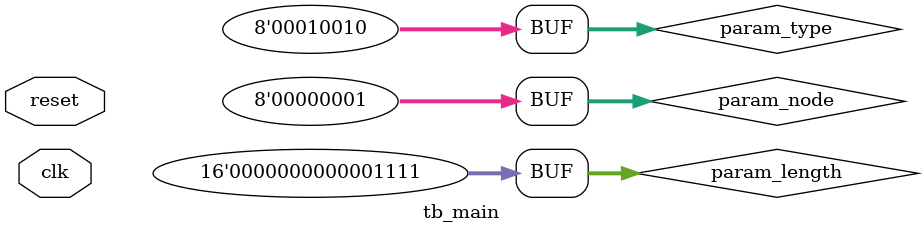
<source format=sv>

`timescale 1ns / 1ps
`default_nettype none


module tb_main
        #(
            parameter bit          DEBUG        = 1'b0,
            parameter bit          SIMULATION   = 1'b0
        )
        (
            input   wire        reset,
            input   wire        clk
        );


    logic               cke                   ;
    logic               start                 ;
    logic               busy                  ;

    logic               param_mac_enable      ;
    logic   [7:0]       param_node            ;
    logic   [7:0]       param_type            ;
    logic   [15:0]      param_length          ;
    
    
    logic   [15:0]      m_packet_index        ;
    logic               m_packet_preamble     ;
    logic               m_packet_sfd          ;
    logic               m_packet_mac_dst      ;
    logic               m_packet_mac_src      ;
    logic               m_packet_mac_type     ;
    logic               m_packet_node         ;
    logic               m_packet_type         ;
    logic               m_packet_length       ;
    logic               m_packet_payload      ;
    logic               m_packet_fcs          ;
    logic               m_packet_fcs_first    ;
    logic               m_packet_fcs_last     ;
    logic               m_packet_crc          ;
    logic               m_packet_crc_first    ;
    logic               m_packet_crc_last     ;
    logic               m_packet_first        ;
    logic               m_packet_last         ;
    logic   [7:0]       m_packet_data         ;
    logic               m_packet_valid        ;
    logic               m_packet_ready        ;

    jelly2_necolink_packet_generator
            #(
                .DEBUG          (DEBUG     ),
                .SIMULATION     (SIMULATION)
            )
        i_necolink_packet_generator
            (
                .reset                 ,
                .clk                   ,
                .cke                   ,

                .start                 ,
                .busy                  ,

                .param_mac_enable      ,
                .param_node            ,
                .param_type            ,
                .param_length          ,

                .m_packet_index        ,
//              .m_packet_preamble     ,
//              .m_packet_sfd          ,
                .m_packet_mac_dst      ,
                .m_packet_mac_src      ,
                .m_packet_mac_type     ,
                .m_packet_node         ,
                .m_packet_type         ,
                .m_packet_length       ,
                .m_packet_payload      ,
                .m_packet_fcs          ,
                .m_packet_fcs_first    ,
                .m_packet_fcs_last     ,
                .m_packet_crc          ,
                .m_packet_crc_first    ,
                .m_packet_crc_last     ,
                .m_packet_first        ,
                .m_packet_last         ,
                .m_packet_data         ,
                .m_packet_valid        ,
                .m_packet_ready        
            );

    int     cycle;
    always_ff @(posedge clk) begin
        if ( reset ) begin
            cycle <= 0;
        end
        else if ( cke ) begin
            cycle <= cycle + 1;
        end
    end

    always_ff @(posedge clk) begin
        cke <= 1'({$random});
    end

    assign start             = (cycle[7:0] == 8'd2);

    assign param_mac_enable  = cycle[8];
//    assign param_mac_dst     = 48'hff_ff_ff_ff_ff_ff;
//    assign param_mac_src     = 48'h00_00_0c_00_53_00;
//    assign param_mac_type    = 16'h8000;
    assign param_node        = 8'h01;
    assign param_type        = 8'h12;
    assign param_length      = 16'h0f;

//    assign s_payload_data    = 8'haa;
//    assign s_payload_valid   = 1'b1;

    always_ff @(posedge clk) begin
        m_packet_ready <= 1'({$random});
    end


    always_ff @(posedge clk) begin
        if ( reset ) begin
        end
        else if ( cke ) begin
            if ( m_packet_valid && m_packet_ready ) begin
                $write("%02x ", m_packet_data);
                if ( m_packet_last ) begin
                    $write("\n");
                end
            end
        end
    end

endmodule


`default_nettype wire


// end of file

</source>
